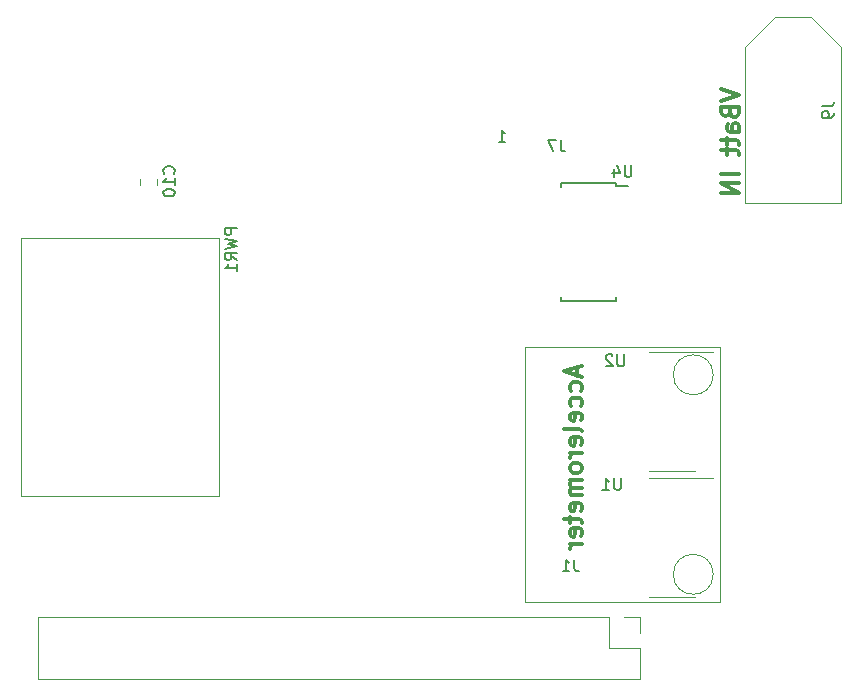
<source format=gbr>
G04 #@! TF.GenerationSoftware,KiCad,Pcbnew,(5.1.4)-1*
G04 #@! TF.CreationDate,2021-11-04T12:06:02-05:00*
G04 #@! TF.ProjectId,RascalHat,52617363-616c-4486-9174-2e6b69636164,rev?*
G04 #@! TF.SameCoordinates,Original*
G04 #@! TF.FileFunction,Legend,Bot*
G04 #@! TF.FilePolarity,Positive*
%FSLAX46Y46*%
G04 Gerber Fmt 4.6, Leading zero omitted, Abs format (unit mm)*
G04 Created by KiCad (PCBNEW (5.1.4)-1) date 2021-11-04 12:06:02*
%MOMM*%
%LPD*%
G04 APERTURE LIST*
%ADD10C,0.300000*%
%ADD11C,0.120000*%
%ADD12C,0.150000*%
G04 APERTURE END LIST*
D10*
X64858571Y-6080000D02*
X66358571Y-6580000D01*
X64858571Y-7080000D01*
X65572857Y-8080000D02*
X65644285Y-8294285D01*
X65715714Y-8365714D01*
X65858571Y-8437142D01*
X66072857Y-8437142D01*
X66215714Y-8365714D01*
X66287142Y-8294285D01*
X66358571Y-8151428D01*
X66358571Y-7580000D01*
X64858571Y-7580000D01*
X64858571Y-8080000D01*
X64930000Y-8222857D01*
X65001428Y-8294285D01*
X65144285Y-8365714D01*
X65287142Y-8365714D01*
X65430000Y-8294285D01*
X65501428Y-8222857D01*
X65572857Y-8080000D01*
X65572857Y-7580000D01*
X66358571Y-9722857D02*
X65572857Y-9722857D01*
X65430000Y-9651428D01*
X65358571Y-9508571D01*
X65358571Y-9222857D01*
X65430000Y-9080000D01*
X66287142Y-9722857D02*
X66358571Y-9580000D01*
X66358571Y-9222857D01*
X66287142Y-9080000D01*
X66144285Y-9008571D01*
X66001428Y-9008571D01*
X65858571Y-9080000D01*
X65787142Y-9222857D01*
X65787142Y-9580000D01*
X65715714Y-9722857D01*
X65358571Y-10222857D02*
X65358571Y-10794285D01*
X64858571Y-10437142D02*
X66144285Y-10437142D01*
X66287142Y-10508571D01*
X66358571Y-10651428D01*
X66358571Y-10794285D01*
X65358571Y-11080000D02*
X65358571Y-11651428D01*
X64858571Y-11294285D02*
X66144285Y-11294285D01*
X66287142Y-11365714D01*
X66358571Y-11508571D01*
X66358571Y-11651428D01*
X66358571Y-13294285D02*
X64858571Y-13294285D01*
X66358571Y-14008571D02*
X64858571Y-14008571D01*
X66358571Y-14865714D01*
X64858571Y-14865714D01*
X52620000Y-29647142D02*
X52620000Y-30361428D01*
X53048571Y-29504285D02*
X51548571Y-30004285D01*
X53048571Y-30504285D01*
X52977142Y-31647142D02*
X53048571Y-31504285D01*
X53048571Y-31218571D01*
X52977142Y-31075714D01*
X52905714Y-31004285D01*
X52762857Y-30932857D01*
X52334285Y-30932857D01*
X52191428Y-31004285D01*
X52120000Y-31075714D01*
X52048571Y-31218571D01*
X52048571Y-31504285D01*
X52120000Y-31647142D01*
X52977142Y-32932857D02*
X53048571Y-32790000D01*
X53048571Y-32504285D01*
X52977142Y-32361428D01*
X52905714Y-32290000D01*
X52762857Y-32218571D01*
X52334285Y-32218571D01*
X52191428Y-32290000D01*
X52120000Y-32361428D01*
X52048571Y-32504285D01*
X52048571Y-32790000D01*
X52120000Y-32932857D01*
X52977142Y-34147142D02*
X53048571Y-34004285D01*
X53048571Y-33718571D01*
X52977142Y-33575714D01*
X52834285Y-33504285D01*
X52262857Y-33504285D01*
X52120000Y-33575714D01*
X52048571Y-33718571D01*
X52048571Y-34004285D01*
X52120000Y-34147142D01*
X52262857Y-34218571D01*
X52405714Y-34218571D01*
X52548571Y-33504285D01*
X53048571Y-35075714D02*
X52977142Y-34932857D01*
X52834285Y-34861428D01*
X51548571Y-34861428D01*
X52977142Y-36218571D02*
X53048571Y-36075714D01*
X53048571Y-35790000D01*
X52977142Y-35647142D01*
X52834285Y-35575714D01*
X52262857Y-35575714D01*
X52120000Y-35647142D01*
X52048571Y-35790000D01*
X52048571Y-36075714D01*
X52120000Y-36218571D01*
X52262857Y-36290000D01*
X52405714Y-36290000D01*
X52548571Y-35575714D01*
X53048571Y-36932857D02*
X52048571Y-36932857D01*
X52334285Y-36932857D02*
X52191428Y-37004285D01*
X52120000Y-37075714D01*
X52048571Y-37218571D01*
X52048571Y-37361428D01*
X53048571Y-38075714D02*
X52977142Y-37932857D01*
X52905714Y-37861428D01*
X52762857Y-37790000D01*
X52334285Y-37790000D01*
X52191428Y-37861428D01*
X52120000Y-37932857D01*
X52048571Y-38075714D01*
X52048571Y-38290000D01*
X52120000Y-38432857D01*
X52191428Y-38504285D01*
X52334285Y-38575714D01*
X52762857Y-38575714D01*
X52905714Y-38504285D01*
X52977142Y-38432857D01*
X53048571Y-38290000D01*
X53048571Y-38075714D01*
X53048571Y-39218571D02*
X52048571Y-39218571D01*
X52191428Y-39218571D02*
X52120000Y-39290000D01*
X52048571Y-39432857D01*
X52048571Y-39647142D01*
X52120000Y-39790000D01*
X52262857Y-39861428D01*
X53048571Y-39861428D01*
X52262857Y-39861428D02*
X52120000Y-39932857D01*
X52048571Y-40075714D01*
X52048571Y-40290000D01*
X52120000Y-40432857D01*
X52262857Y-40504285D01*
X53048571Y-40504285D01*
X52977142Y-41790000D02*
X53048571Y-41647142D01*
X53048571Y-41361428D01*
X52977142Y-41218571D01*
X52834285Y-41147142D01*
X52262857Y-41147142D01*
X52120000Y-41218571D01*
X52048571Y-41361428D01*
X52048571Y-41647142D01*
X52120000Y-41790000D01*
X52262857Y-41861428D01*
X52405714Y-41861428D01*
X52548571Y-41147142D01*
X52048571Y-42290000D02*
X52048571Y-42861428D01*
X51548571Y-42504285D02*
X52834285Y-42504285D01*
X52977142Y-42575714D01*
X53048571Y-42718571D01*
X53048571Y-42861428D01*
X52977142Y-43932857D02*
X53048571Y-43790000D01*
X53048571Y-43504285D01*
X52977142Y-43361428D01*
X52834285Y-43290000D01*
X52262857Y-43290000D01*
X52120000Y-43361428D01*
X52048571Y-43504285D01*
X52048571Y-43790000D01*
X52120000Y-43932857D01*
X52262857Y-44004285D01*
X52405714Y-44004285D01*
X52548571Y-43290000D01*
X53048571Y-44647142D02*
X52048571Y-44647142D01*
X52334285Y-44647142D02*
X52191428Y-44718571D01*
X52120000Y-44790000D01*
X52048571Y-44932857D01*
X52048571Y-45075714D01*
D11*
X64173100Y-30289500D02*
G75*
G03X64173100Y-30289500I-1689100J0D01*
G01*
X64173100Y-47180500D02*
G75*
G03X64173100Y-47180500I-1689100J0D01*
G01*
X64770000Y-49530000D02*
X64770000Y-27940000D01*
X48260000Y-27940000D02*
X64770000Y-27940000D01*
X48260000Y-49530000D02*
X48260000Y-27940000D01*
X48260000Y-49530000D02*
X64770000Y-49530000D01*
X15670000Y-14248578D02*
X15670000Y-13731422D01*
X17090000Y-14248578D02*
X17090000Y-13731422D01*
X57940000Y-52150000D02*
X57940000Y-50820000D01*
X57940000Y-50820000D02*
X56610000Y-50820000D01*
X57940000Y-53420000D02*
X55340000Y-53420000D01*
X55340000Y-53420000D02*
X55340000Y-50820000D01*
X55340000Y-50820000D02*
X7020000Y-50820000D01*
X7020000Y-56020000D02*
X7020000Y-50820000D01*
X57940000Y-56020000D02*
X7020000Y-56020000D01*
X57940000Y-56020000D02*
X57940000Y-53420000D01*
X60706000Y-28341000D02*
X64156000Y-28341000D01*
X60706000Y-28341000D02*
X58756000Y-28341000D01*
X60706000Y-38461000D02*
X62656000Y-38461000D01*
X60706000Y-38461000D02*
X58756000Y-38461000D01*
X60706000Y-39009000D02*
X64156000Y-39009000D01*
X60706000Y-39009000D02*
X58756000Y-39009000D01*
X60706000Y-49129000D02*
X62656000Y-49129000D01*
X60706000Y-49129000D02*
X58756000Y-49129000D01*
X5588000Y-18669000D02*
X5588000Y-40513000D01*
X5588000Y-18669000D02*
X22352000Y-18669000D01*
X22352000Y-40513000D02*
X22352000Y-18669000D01*
X22352000Y-40513000D02*
X5588000Y-40513000D01*
X72454000Y-26000D02*
X74980000Y-2566000D01*
X69406000Y-26000D02*
X66880000Y-2566000D01*
X69406000Y-26000D02*
X72454000Y-26000D01*
X66880000Y-15750000D02*
X74980000Y-15750000D01*
X74980000Y-2566000D02*
X74980000Y-15750000D01*
X66880000Y-2566000D02*
X66880000Y-15750000D01*
D12*
X55919000Y-14300000D02*
X56994000Y-14300000D01*
X55919000Y-24025000D02*
X51269000Y-24025000D01*
X55919000Y-14075000D02*
X51269000Y-14075000D01*
X55919000Y-24025000D02*
X55919000Y-23700000D01*
X51269000Y-24025000D02*
X51269000Y-23700000D01*
X51269000Y-14075000D02*
X51269000Y-14400000D01*
X55919000Y-14075000D02*
X55919000Y-14300000D01*
X52423333Y-45942380D02*
X52423333Y-46656666D01*
X52470952Y-46799523D01*
X52566190Y-46894761D01*
X52709047Y-46942380D01*
X52804285Y-46942380D01*
X51423333Y-46942380D02*
X51994761Y-46942380D01*
X51709047Y-46942380D02*
X51709047Y-45942380D01*
X51804285Y-46085238D01*
X51899523Y-46180476D01*
X51994761Y-46228095D01*
X18497142Y-13257142D02*
X18544761Y-13209523D01*
X18592380Y-13066666D01*
X18592380Y-12971428D01*
X18544761Y-12828571D01*
X18449523Y-12733333D01*
X18354285Y-12685714D01*
X18163809Y-12638095D01*
X18020952Y-12638095D01*
X17830476Y-12685714D01*
X17735238Y-12733333D01*
X17640000Y-12828571D01*
X17592380Y-12971428D01*
X17592380Y-13066666D01*
X17640000Y-13209523D01*
X17687619Y-13257142D01*
X18592380Y-14209523D02*
X18592380Y-13638095D01*
X18592380Y-13923809D02*
X17592380Y-13923809D01*
X17735238Y-13828571D01*
X17830476Y-13733333D01*
X17878095Y-13638095D01*
X17592380Y-14828571D02*
X17592380Y-14923809D01*
X17640000Y-15019047D01*
X17687619Y-15066666D01*
X17782857Y-15114285D01*
X17973333Y-15161904D01*
X18211428Y-15161904D01*
X18401904Y-15114285D01*
X18497142Y-15066666D01*
X18544761Y-15019047D01*
X18592380Y-14923809D01*
X18592380Y-14828571D01*
X18544761Y-14733333D01*
X18497142Y-14685714D01*
X18401904Y-14638095D01*
X18211428Y-14590476D01*
X17973333Y-14590476D01*
X17782857Y-14638095D01*
X17687619Y-14685714D01*
X17640000Y-14733333D01*
X17592380Y-14828571D01*
X56631904Y-28562380D02*
X56631904Y-29371904D01*
X56584285Y-29467142D01*
X56536666Y-29514761D01*
X56441428Y-29562380D01*
X56250952Y-29562380D01*
X56155714Y-29514761D01*
X56108095Y-29467142D01*
X56060476Y-29371904D01*
X56060476Y-28562380D01*
X55631904Y-28657619D02*
X55584285Y-28610000D01*
X55489047Y-28562380D01*
X55250952Y-28562380D01*
X55155714Y-28610000D01*
X55108095Y-28657619D01*
X55060476Y-28752857D01*
X55060476Y-28848095D01*
X55108095Y-28990952D01*
X55679523Y-29562380D01*
X55060476Y-29562380D01*
X56371904Y-39042380D02*
X56371904Y-39851904D01*
X56324285Y-39947142D01*
X56276666Y-39994761D01*
X56181428Y-40042380D01*
X55990952Y-40042380D01*
X55895714Y-39994761D01*
X55848095Y-39947142D01*
X55800476Y-39851904D01*
X55800476Y-39042380D01*
X54800476Y-40042380D02*
X55371904Y-40042380D01*
X55086190Y-40042380D02*
X55086190Y-39042380D01*
X55181428Y-39185238D01*
X55276666Y-39280476D01*
X55371904Y-39328095D01*
X51260333Y-10374380D02*
X51260333Y-11088666D01*
X51307952Y-11231523D01*
X51403190Y-11326761D01*
X51546047Y-11374380D01*
X51641285Y-11374380D01*
X50879380Y-10374380D02*
X50212714Y-10374380D01*
X50641285Y-11374380D01*
X46014285Y-10552380D02*
X46585714Y-10552380D01*
X46300000Y-10552380D02*
X46300000Y-9552380D01*
X46395238Y-9695238D01*
X46490476Y-9790476D01*
X46585714Y-9838095D01*
X23832380Y-17850476D02*
X22832380Y-17850476D01*
X22832380Y-18231428D01*
X22880000Y-18326666D01*
X22927619Y-18374285D01*
X23022857Y-18421904D01*
X23165714Y-18421904D01*
X23260952Y-18374285D01*
X23308571Y-18326666D01*
X23356190Y-18231428D01*
X23356190Y-17850476D01*
X22832380Y-18755238D02*
X23832380Y-18993333D01*
X23118095Y-19183809D01*
X23832380Y-19374285D01*
X22832380Y-19612380D01*
X23832380Y-20564761D02*
X23356190Y-20231428D01*
X23832380Y-19993333D02*
X22832380Y-19993333D01*
X22832380Y-20374285D01*
X22880000Y-20469523D01*
X22927619Y-20517142D01*
X23022857Y-20564761D01*
X23165714Y-20564761D01*
X23260952Y-20517142D01*
X23308571Y-20469523D01*
X23356190Y-20374285D01*
X23356190Y-19993333D01*
X23832380Y-21517142D02*
X23832380Y-20945714D01*
X23832380Y-21231428D02*
X22832380Y-21231428D01*
X22975238Y-21136190D01*
X23070476Y-21040952D01*
X23118095Y-20945714D01*
X73362380Y-7566666D02*
X74076666Y-7566666D01*
X74219523Y-7519047D01*
X74314761Y-7423809D01*
X74362380Y-7280952D01*
X74362380Y-7185714D01*
X74362380Y-8090476D02*
X74362380Y-8280952D01*
X74314761Y-8376190D01*
X74267142Y-8423809D01*
X74124285Y-8519047D01*
X73933809Y-8566666D01*
X73552857Y-8566666D01*
X73457619Y-8519047D01*
X73410000Y-8471428D01*
X73362380Y-8376190D01*
X73362380Y-8185714D01*
X73410000Y-8090476D01*
X73457619Y-8042857D01*
X73552857Y-7995238D01*
X73790952Y-7995238D01*
X73886190Y-8042857D01*
X73933809Y-8090476D01*
X73981428Y-8185714D01*
X73981428Y-8376190D01*
X73933809Y-8471428D01*
X73886190Y-8519047D01*
X73790952Y-8566666D01*
X57241904Y-12542380D02*
X57241904Y-13351904D01*
X57194285Y-13447142D01*
X57146666Y-13494761D01*
X57051428Y-13542380D01*
X56860952Y-13542380D01*
X56765714Y-13494761D01*
X56718095Y-13447142D01*
X56670476Y-13351904D01*
X56670476Y-12542380D01*
X55765714Y-12875714D02*
X55765714Y-13542380D01*
X56003809Y-12494761D02*
X56241904Y-13209047D01*
X55622857Y-13209047D01*
M02*

</source>
